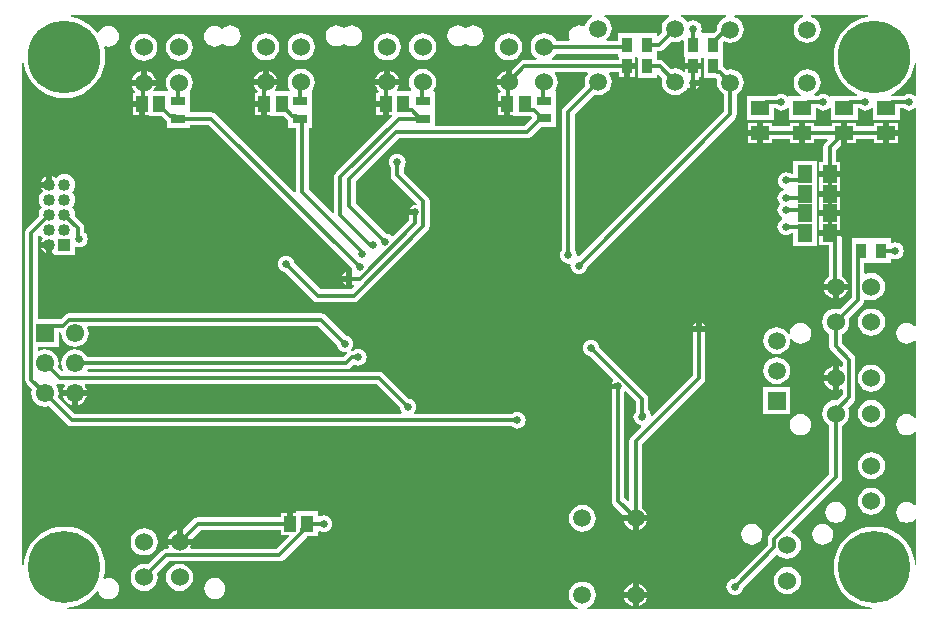
<source format=gbl>
%FSTAX23Y23*%
%MOIN*%
%SFA1B1*%

%IPPOS*%
%ADD20R,0.059000X0.049000*%
%ADD24R,0.043000X0.053000*%
%ADD60C,0.012000*%
%ADD62C,0.059000*%
%ADD63R,0.061000X0.061000*%
%ADD64C,0.061000*%
%ADD65C,0.060000*%
%ADD66C,0.059000*%
%ADD67R,0.059000X0.059000*%
%ADD68R,0.040000X0.040000*%
%ADD69C,0.040000*%
%ADD70C,0.242000*%
%ADD71C,0.240000*%
%ADD72C,0.025000*%
%ADD73R,0.033000X0.051000*%
%ADD74R,0.047000X0.031000*%
%ADD75R,0.049000X0.059000*%
%LNtemperature_monitor_&_display-1*%
%LPD*%
G36*
X02357Y01985D02*
X02348Y01981D01*
X02338Y01974*
X02331Y01965*
X02327Y01954*
X02325Y01942*
Y01941*
X02315Y01931*
X02283*
X02282*
X02278*
X02274Y01933*
X02272Y01936*
X02273Y01938*
X02274Y01945*
X02273Y01952*
X02271Y01959*
X02266Y01965*
X0226Y01969*
X02254Y01972*
X02247Y01973*
X02239Y01972*
X02233Y01969*
X0223Y01967*
X02228*
X02224Y01969*
X02218Y01977*
X02208Y01984*
X02206Y01985*
X02207Y0199*
X02356*
X02357Y01985*
G37*
G36*
X02166D02*
X02163Y01984D01*
X02154Y01977*
X02147Y01967*
X02143Y01957*
X02141Y01945*
X02143Y01933*
Y01932*
X0213Y01919*
X02125Y01921*
Y01931*
X02062*
X02058*
X01995*
Y01904*
X01958*
X01957Y01909*
X01962Y01913*
X01969Y01923*
X01973Y01933*
X01975Y01945*
X01973Y01957*
X01969Y01967*
X01962Y01977*
X01952Y01984*
X0195Y01985*
X01951Y0199*
X02165*
X02166Y01985*
G37*
G36*
X02215Y01905D02*
Y01849D01*
X0222*
Y0183*
X02247*
X02273*
Y01846*
X02274Y01847*
X02281*
X02282Y01846*
Y01779*
X02322*
X02325Y01778*
X02326Y01774*
X02325Y01765*
X02327Y01753*
X02331Y01743*
X02338Y01733*
X02348Y01726*
X02349*
Y01669*
X01865Y01186*
X01862*
X01858Y0119*
X01857Y01197*
X01854Y01204*
X01851Y01207*
Y01659*
X01917Y01725*
X01918Y01724*
X0193Y01723*
X01942Y01724*
X01952Y01729*
X01962Y01736*
X01969Y01745*
X01973Y01756*
X01975Y01768*
X01973Y01779*
X01969Y0179*
X01966Y01794*
X01968Y01799*
X02*
Y01784*
X02017*
Y0182*
X02027*
Y0183*
X02053*
Y01849*
X02058*
X02062Y01846*
Y01779*
X02125*
Y01792*
X0213Y01794*
X02143Y0178*
Y01779*
X02141Y01768*
X02143Y01756*
X02147Y01745*
X02154Y01736*
X02163Y01729*
X02174Y01724*
X02186Y01723*
X02198Y01724*
X02208Y01729*
X02218Y01736*
X02225Y01745*
Y01746*
X02231Y01747*
X02235Y01745*
Y01765*
X02245*
Y01775*
X02267*
Y01784*
X02273*
Y0181*
X02247*
X0222*
Y01804*
X02215Y01802*
X02208Y01807*
X02198Y01811*
X02186Y01813*
X02174Y01811*
X02173*
X02149Y01835*
X02142Y0184*
X02134Y01841*
X02125*
Y01869*
X02131*
X02139Y0187*
X02146Y01875*
X02173Y01902*
X02174*
X02186Y019*
X02198Y01902*
X02208Y01906*
X0221Y01908*
X02215Y01905*
G37*
G36*
X02829Y01985D02*
D01*
X02808Y0198*
X02788Y01972*
X0277Y0196*
X02754Y01946*
X0274Y0193*
X02728Y01912*
X0272Y01892*
X02715Y01871*
X02714Y0185*
X02715Y01829*
X0272Y01808*
X02728Y01788*
X0274Y0177*
X02754Y01754*
X0277Y0174*
X02788Y01728*
X02793Y01726*
X02792Y01721*
X0277*
X02762Y0172*
X02705*
X027Y01718*
Y0172*
X02694Y01724*
X02687Y01727*
X0268Y01728*
X02673Y01727*
X02666Y01724*
X02663Y01721*
X02652*
X02649Y01726*
X02658Y01733*
X02665Y01743*
X02669Y01753*
X02671Y01765*
X02669Y01777*
X02665Y01787*
X02658Y01797*
X02648Y01804*
X02638Y01808*
X02626Y0181*
X02614Y01808*
X02603Y01804*
X02594Y01797*
X02587Y01787*
X02583Y01777*
X02581Y01765*
X02583Y01753*
X02587Y01743*
X02594Y01733*
X02603Y01726*
X02607Y01725*
X02606Y0172*
X02565*
X0256Y01718*
Y0172*
X02554Y01724*
X02547Y01727*
X0254Y01728*
X02533Y01727*
X02526Y01724*
X02523Y01721*
X0249*
X02482Y0172*
X02425*
Y0164*
X02515*
Y01679*
X02523*
X02526Y01676*
X02533Y01673*
X0254Y01672*
X02547Y01673*
X02554Y01676*
X0256Y0168*
Y01682*
X02565Y0168*
Y0164*
X02655*
Y01679*
X02663*
X02666Y01676*
X02673Y01673*
X0268Y01672*
X02687Y01673*
X02694Y01676*
X027Y0168*
Y01682*
X02705Y0168*
Y0164*
X02795*
Y01679*
X02803*
X02806Y01676*
X02813Y01673*
X0282Y01672*
X02827Y01673*
X02834Y01676*
X0284Y0168*
Y01682*
X02845Y0168*
Y0164*
X02935*
Y01679*
X02948*
X02951Y01676*
X02958Y01673*
X02965Y01672*
X02972Y01673*
X02979Y01676*
X02985Y0168*
Y01681*
X0299Y01679*
Y00954*
X02985Y00953*
X02983Y00955*
X02976Y0096*
X02967Y00964*
X02958Y00965*
X02949Y00964*
X0294Y0096*
X02933Y00955*
X02928Y00948*
X02924Y00939*
X02923Y0093*
X02924Y00921*
X02928Y00912*
X02933Y00905*
X0294Y00899*
X02949Y00896*
X02958Y00895*
X02967Y00896*
X02976Y00899*
X02983Y00905*
X02985Y00907*
X0299Y00905*
Y00649*
X02985Y00648*
X02983Y0065*
X02976Y00655*
X02967Y00659*
X02958Y0066*
X02949Y00659*
X0294Y00655*
X02933Y0065*
X02928Y00643*
X02924Y00634*
X02923Y00625*
X02924Y00616*
X02928Y00607*
X02933Y006*
X0294Y00594*
X02949Y00591*
X02958Y0059*
X02967Y00591*
X02976Y00594*
X02983Y006*
X02985Y00602*
X0299Y006*
Y00357*
X02985Y00356*
X02983Y00358*
X02976Y00364*
X02967Y00367*
X02958Y00368*
X02949Y00367*
X0294Y00364*
X02933Y00358*
X02928Y00351*
X02924Y00342*
X02923Y00333*
X02924Y00324*
X02928Y00315*
X02933Y00308*
X0294Y00302*
X02949Y00299*
X02958Y00298*
X02967Y00299*
X02976Y00302*
X02983Y00308*
X02985Y0031*
X0299Y00309*
Y00158*
X02985*
X02984Y00171*
X02979Y00192*
X02971Y00211*
X0296Y0023*
X02946Y00246*
X0293Y0026*
X02911Y00271*
X02892Y00279*
X02871Y00284*
X0285Y00285*
X02829Y00284*
X02808Y00279*
X02789Y00271*
X0277Y0026*
X02754Y00246*
X0274Y0023*
X02729Y00211*
X02721Y00192*
X02716Y00171*
X02715Y0015*
X02716Y00129*
X02721Y00108*
X02729Y00089*
X0274Y0007*
X02754Y00054*
X0277Y0004*
X02789Y00029*
X02808Y00021*
X02829Y00016*
X02842Y00015*
Y0001*
X01893*
X01892Y00015*
X01899Y00018*
X01908Y00025*
X01915Y00035*
X0192Y00045*
X01921Y00057*
X0192Y00069*
X01915Y00079*
X01908Y00089*
X01899Y00096*
X01888Y001*
X01876Y00102*
X01865Y001*
X01854Y00096*
X01845Y00089*
X01838Y00079*
X01833Y00069*
X01832Y00057*
X01833Y00045*
X01838Y00035*
X01845Y00025*
X01854Y00018*
X01861Y00015*
X0186Y0001*
X00158*
Y00015*
X00171Y00016*
X00192Y00021*
X00211Y00029*
X0023Y0004*
X00246Y00054*
X00259Y00069*
X00261Y0007*
X00262Y00069*
X00264Y00068*
X00267Y00061*
X00273Y00054*
X0028Y00048*
X00289Y00045*
X00298Y00044*
X00307Y00045*
X00315Y00048*
X00323Y00054*
X00328Y00061*
X00332Y0007*
X00333Y00079*
X00332Y00088*
X00328Y00097*
X00323Y00104*
X00315Y00109*
X00307Y00113*
X00298Y00114*
X00289Y00113*
X00285Y00111*
X0028Y00115*
X00284Y00129*
X00285Y0015*
X00284Y00171*
X00279Y00192*
X00271Y00211*
X0026Y0023*
X00246Y00246*
X0023Y0026*
X00211Y00271*
X00192Y00279*
X00171Y00284*
X0015Y00285*
X00129Y00284*
X00108Y00279*
X00089Y00271*
X0007Y0026*
X00054Y00246*
X0004Y0023*
X00029Y00211*
X00021Y00192*
X00016Y00171*
X00015Y00158*
X0001*
Y01829*
X00015*
X0002Y01808*
X00028Y01788*
X0004Y0177*
X00054Y01754*
X0007Y0174*
X00088Y01728*
X00108Y0172*
X00129Y01715*
X0015Y01714*
X00171Y01715*
X00192Y0172*
X00212Y01728*
X0023Y0174*
X00246Y01754*
X0026Y0177*
X00272Y01788*
X0028Y01808*
X00285Y01829*
X00286Y0185*
X00285Y01871*
X00282Y01884*
X00286Y01887*
X00288Y01886*
X00297Y01885*
X00306Y01886*
X00315Y0189*
X00322Y01895*
X00327Y01902*
X00331Y01911*
X00332Y0192*
X00331Y01929*
X00327Y01938*
X00322Y01945*
X00315Y01951*
X00306Y01954*
X00297Y01955*
X00288Y01954*
X00279Y01951*
X00272Y01945*
X00266Y01938*
X00264Y01933*
X00259Y01932*
X00246Y01946*
X0023Y0196*
X00212Y01972*
X00192Y0198*
X00171Y01985*
Y0199*
X01909*
X0191Y01985*
X01908Y01984*
X01898Y01977*
X01891Y01967*
X01887Y01957*
Y01956*
X01881Y01953*
X01876Y01955*
X01867Y01956*
X01858Y01955*
X0185Y01952*
X01842Y01946*
X01837Y01939*
X01833Y0193*
X01832Y01921*
X01833Y01912*
X01834Y01909*
X01832Y01904*
X01789*
X01788Y01907*
X01781Y01916*
X01772Y01923*
X01761Y01928*
X01749Y01929*
X01737Y01928*
X01726Y01923*
X01717Y01916*
X0171Y01907*
X01705Y01896*
X01704Y01884*
X01705Y01872*
X0171Y01861*
X01717Y01852*
X01724Y01846*
X01722Y01841*
X01683*
X01675Y0184*
X01668Y01835*
X01641Y01808*
Y01766*
X01631*
Y01756*
X01592*
X01596Y01746*
X01602Y01737*
X01604*
X01602Y01732*
X01595*
Y01705*
X01626*
Y01695*
X01636*
Y01658*
X01647*
Y01653*
X01696*
X01699*
X017*
X01705*
X0171Y01648*
X01683Y01621*
X01384*
Y01673*
Y01735*
X01383*
X0138Y01739*
X01383Y01743*
X01388Y01754*
X01389Y01766*
X01388Y01778*
X01383Y01789*
X01376Y01798*
X01367Y01805*
X01356Y0181*
X01344Y01811*
X01332Y0181*
X01321Y01805*
X01312Y01798*
X01305Y01789*
X013Y01778*
X01299Y01766*
X013Y01754*
X01305Y01743*
X01306Y01741*
X01304Y01737*
X0126*
X01258Y01742*
X01261Y01746*
X01265Y01756*
X01226*
X01187*
X01191Y01746*
X01197Y01737*
X01199*
X01197Y01732*
X0119*
Y01705*
X01221*
Y01695*
X01231*
Y01658*
X01242*
Y01653*
X01239Y0165*
X01055Y01465*
X0105Y01458*
X01049Y0145*
Y01331*
X01044Y01329*
X00964Y01408*
Y01615*
X00974*
Y01674*
Y01735*
X00976Y0174*
X00978Y01743*
X00983Y01754*
X00984Y01766*
X00983Y01778*
X00978Y01789*
X00971Y01798*
X00962Y01805*
X00951Y0181*
X00939Y01811*
X00927Y0181*
X00916Y01805*
X00907Y01798*
X009Y01789*
X00895Y01778*
X00894Y01766*
X00895Y01754*
X009Y01743*
X00901Y01741*
X00899Y01737*
X00855*
X00853Y01742*
X00856Y01746*
X0086Y01756*
X00821*
X00782*
X00786Y01746*
X00792Y01737*
X00794*
X00792Y01732*
X00785*
Y01705*
X00816*
Y01695*
X00826*
Y01658*
X00837*
Y01653*
X00881*
X00894Y0164*
X00896Y01639*
Y01615*
X00921*
Y01401*
X00916Y01399*
X00655Y0166*
X00648Y01665*
X0064Y01666*
X00569*
Y01735*
X0057Y0174*
X00572Y01742*
X00577Y01753*
X00578Y01765*
X00577Y01777*
X00572Y01788*
X00565Y01797*
X00556Y01804*
X00545Y01809*
X00533Y0181*
X00521Y01809*
X0051Y01804*
X00501Y01797*
X00494Y01788*
X00489Y01777*
X00488Y01765*
X00489Y01753*
X00494Y01742*
X00495Y01741*
X00493Y01737*
X00449*
X00447Y01741*
X0045Y01745*
X00454Y01755*
X00415*
X00376*
X0038Y01745*
X00386Y01737*
Y01736*
X00385Y01732*
X00379*
Y01705*
X0041*
Y01695*
X0042*
Y01658*
X00431*
Y01653*
X00474*
X00488Y0164*
X00491Y01638*
Y01615*
X00569*
Y01624*
X00631*
X01108Y01147*
Y01143*
X0111Y01139*
X01108Y01135*
Y01112*
Y01091*
X01114*
X01116Y01086*
X01106Y01076*
X01004*
X00917Y01163*
Y01167*
X00914Y01174*
X0091Y0118*
X00904Y01184*
X00897Y01187*
X0089Y01188*
X00883Y01187*
X00876Y01184*
X0087Y0118*
X00866Y01174*
X00863Y01167*
X00862Y0116*
X00863Y01153*
X00866Y01146*
X0087Y0114*
X00876Y01136*
X00883Y01133*
X00887*
X0098Y0104*
X00987Y01035*
X00995Y01034*
X01115*
X01123Y01035*
X0113Y0104*
X01362Y01271*
X01366Y01278*
X01368Y01286*
Y0137*
X01366Y01378*
X01362Y01385*
X01281Y01465*
Y01483*
X01284Y01486*
X01287Y01493*
X01288Y015*
X01287Y01507*
X01284Y01514*
X0128Y0152*
X01274Y01524*
X01267Y01527*
X0126Y01528*
X01253Y01527*
X01246Y01524*
X0124Y0152*
X01236Y01514*
X01233Y01507*
X01232Y015*
X01233Y01493*
X01236Y01486*
X01239Y01483*
Y01456*
X0124Y01448*
X01245Y01441*
X01324Y01362*
X01322Y01358*
X01321*
X0132*
X01311Y01356*
X01304Y01351*
X013Y01345*
X0132*
Y01325*
X01299*
Y01306*
X01245Y01253*
X0124Y01254*
Y01255*
X01234Y01259*
X01227Y01262*
X01223*
X01121Y01364*
Y01436*
X01264Y01579*
X01692*
X017Y0158*
X01707Y01585*
X01738Y01616*
X01789*
Y01675*
Y01736*
X01786Y01741*
X01788Y01743*
X01793Y01754*
X01794Y01766*
X01793Y01778*
X01788Y01789*
X01785Y01794*
X01787Y01799*
X01892*
X01894Y01794*
X01891Y0179*
X01887Y01779*
X01885Y01768*
X01887Y01756*
Y01755*
X01815Y01683*
X0181Y01676*
X01809Y01668*
Y01207*
X01806Y01204*
X01803Y01197*
X01802Y0119*
X01803Y01183*
X01806Y01176*
X0181Y0117*
X01816Y01166*
X01823Y01163*
X0183Y01162*
X01833Y01163*
X01838Y01158*
X01837Y01155*
X01838Y01148*
X01841Y01141*
X01845Y01135*
X01851Y01131*
X01858Y01128*
X01865Y01127*
X01872Y01128*
X01879Y01131*
X01885Y01135*
X01889Y01141*
X01892Y01148*
Y01152*
X02385Y01645*
X0239Y01652*
X02391Y0166*
Y01726*
X02392*
X02402Y01733*
X02409Y01743*
X02413Y01753*
X02415Y01765*
X02413Y01777*
X02409Y01787*
X02402Y01797*
X02392Y01804*
X02382Y01808*
X0237Y0181*
X02358Y01808*
X02357*
X0235Y01816*
X02345Y01819*
Y01849*
Y01899*
X02349Y01903*
X02358Y01899*
X0237Y01897*
X02382Y01899*
X02392Y01903*
X02402Y0191*
X02409Y0192*
X02413Y01931*
X02415Y01942*
X02413Y01954*
X02409Y01965*
X02402Y01974*
X02392Y01981*
X02383Y01985*
X02384Y0199*
X02612*
X02613Y01985*
X02603Y01981*
X02594Y01974*
X02587Y01965*
X02583Y01954*
X02581Y01942*
X02583Y01931*
X02587Y0192*
X02594Y0191*
X02603Y01903*
X02614Y01899*
X02626Y01897*
X02638Y01899*
X02648Y01903*
X02658Y0191*
X02665Y0192*
X02669Y01931*
X02671Y01942*
X02669Y01954*
X02665Y01965*
X02658Y01974*
X02648Y01981*
X02639Y01985*
X0264Y0199*
X02829*
Y01985*
G37*
G36*
X01995Y01849D02*
X02D01*
Y01841*
X01776*
X01774Y01846*
X01781Y01852*
X01788Y01861*
Y01862*
X01995*
Y01849*
G37*
G36*
X0299Y01829D02*
Y01721D01*
X02985Y01719*
Y0172*
X02979Y01724*
X02972Y01727*
X02965Y01728*
X02958Y01727*
X02951Y01724*
X02948Y01721*
X0291*
X02906*
X02905Y01725*
X02912Y01728*
X0293Y0174*
X02946Y01754*
X0296Y0177*
X02972Y01788*
X0298Y01808*
X02985Y01829*
X0299*
G37*
%LNtemperature_monitor_&_display-2*%
%LPC*%
G36*
X02053Y0181D02*
X02037D01*
Y01784*
X02053*
Y0181*
G37*
G36*
X02265Y01755D02*
X02255D01*
Y01745*
X02261Y01749*
X02265Y01755*
G37*
G36*
X01513Y01956D02*
X01504Y01955D01*
X01495Y01952*
X01488Y01946*
X01487*
X0148Y01952*
X01471Y01955*
X01462Y01956*
X01453Y01955*
X01445Y01952*
X01437Y01946*
X01432Y01939*
X01428Y0193*
X01427Y01921*
X01428Y01912*
X01432Y01903*
X01437Y01896*
X01445Y0189*
X01453Y01887*
X01462Y01886*
X01471Y01887*
X0148Y0189*
X01487Y01896*
X01488*
X01495Y0189*
X01504Y01887*
X01513Y01886*
X01522Y01887*
X0153Y0189*
X01538Y01896*
X01543Y01903*
X01547Y01912*
X01548Y01921*
X01547Y0193*
X01543Y01939*
X01538Y01946*
X0153Y01952*
X01522Y01955*
X01513Y01956*
G37*
G36*
X01108D02*
X01099Y01955D01*
X0109Y01952*
X01083Y01946*
X01082*
X01075Y01952*
X01066Y01955*
X01057Y01956*
X01048Y01955*
X0104Y01952*
X01032Y01946*
X01027Y01939*
X01023Y0193*
X01022Y01921*
X01023Y01912*
X01027Y01903*
X01032Y01896*
X0104Y0189*
X01048Y01887*
X01057Y01886*
X01066Y01887*
X01075Y0189*
X01082Y01896*
X01083*
X0109Y0189*
X01099Y01887*
X01108Y01886*
X01117Y01887*
X01125Y0189*
X01133Y01896*
X01138Y01903*
X01142Y01912*
X01143Y01921*
X01142Y0193*
X01138Y01939*
X01133Y01946*
X01125Y01952*
X01117Y01955*
X01108Y01956*
G37*
G36*
X00703D02*
X00694Y01955D01*
X00685Y01952*
X00678Y01946*
X00677Y01945*
X00676*
X00669Y01951*
X0066Y01954*
X00651Y01955*
X00642Y01954*
X00634Y01951*
X00626Y01945*
X00621Y01938*
X00617Y01929*
X00616Y0192*
X00617Y01911*
X00621Y01902*
X00626Y01895*
X00634Y0189*
X00642Y01886*
X00651Y01885*
X0066Y01886*
X00669Y0189*
X00676Y01895*
X00677Y01896*
X00678*
X00685Y0189*
X00694Y01887*
X00703Y01886*
X00712Y01887*
X0072Y0189*
X00728Y01896*
X00733Y01903*
X00737Y01912*
X00738Y01921*
X00737Y0193*
X00733Y01939*
X00728Y01946*
X0072Y01952*
X00712Y01955*
X00703Y01956*
G37*
G36*
X01631Y01929D02*
X01619Y01928D01*
X01608Y01923*
X01599Y01916*
X01592Y01907*
X01587Y01896*
X01586Y01884*
X01587Y01872*
X01592Y01861*
X01599Y01852*
X01608Y01845*
X01619Y0184*
X01631Y01839*
X01643Y0184*
X01654Y01845*
X01663Y01852*
X0167Y01861*
X01675Y01872*
X01676Y01884*
X01675Y01896*
X0167Y01907*
X01663Y01916*
X01654Y01923*
X01643Y01928*
X01631Y01929*
G37*
G36*
X01344D02*
X01332Y01928D01*
X01321Y01923*
X01312Y01916*
X01305Y01907*
X013Y01896*
X01299Y01884*
X013Y01872*
X01305Y01861*
X01312Y01852*
X01321Y01845*
X01332Y0184*
X01344Y01839*
X01356Y0184*
X01367Y01845*
X01376Y01852*
X01383Y01861*
X01388Y01872*
X01389Y01884*
X01388Y01896*
X01383Y01907*
X01376Y01916*
X01367Y01923*
X01356Y01928*
X01344Y01929*
G37*
G36*
X01226D02*
X01214Y01928D01*
X01203Y01923*
X01194Y01916*
X01187Y01907*
X01182Y01896*
X01181Y01884*
X01182Y01872*
X01187Y01861*
X01194Y01852*
X01203Y01845*
X01214Y0184*
X01226Y01839*
X01238Y0184*
X01249Y01845*
X01258Y01852*
X01265Y01861*
X0127Y01872*
X01271Y01884*
X0127Y01896*
X01265Y01907*
X01258Y01916*
X01249Y01923*
X01238Y01928*
X01226Y01929*
G37*
G36*
X00939D02*
X00927Y01928D01*
X00916Y01923*
X00907Y01916*
X009Y01907*
X00895Y01896*
X00894Y01884*
X00895Y01872*
X009Y01861*
X00907Y01852*
X00916Y01845*
X00927Y0184*
X00939Y01839*
X00951Y0184*
X00962Y01845*
X00971Y01852*
X00978Y01861*
X00983Y01872*
X00984Y01884*
X00983Y01896*
X00978Y01907*
X00971Y01916*
X00962Y01923*
X00951Y01928*
X00939Y01929*
G37*
G36*
X00821D02*
X00809Y01928D01*
X00798Y01923*
X00789Y01916*
X00782Y01907*
X00777Y01896*
X00776Y01884*
X00777Y01872*
X00782Y01861*
X00789Y01852*
X00798Y01845*
X00809Y0184*
X00821Y01839*
X00833Y0184*
X00844Y01845*
X00853Y01852*
X0086Y01861*
X00865Y01872*
X00866Y01884*
X00865Y01896*
X0086Y01907*
X00853Y01916*
X00844Y01923*
X00833Y01928*
X00821Y01929*
G37*
G36*
X00533Y01928D02*
X00521Y01927D01*
X0051Y01922*
X00501Y01915*
X00494Y01906*
X00489Y01895*
X00488Y01883*
X00489Y01871*
X00494Y0186*
X00501Y01851*
X0051Y01844*
X00521Y01839*
X00533Y01838*
X00545Y01839*
X00556Y01844*
X00565Y01851*
X00572Y0186*
X00577Y01871*
X00578Y01883*
X00577Y01895*
X00572Y01906*
X00565Y01915*
X00556Y01922*
X00545Y01927*
X00533Y01928*
G37*
G36*
X00415D02*
X00403Y01927D01*
X00392Y01922*
X00383Y01915*
X00376Y01906*
X00371Y01895*
X0037Y01883*
X00371Y01871*
X00376Y0186*
X00383Y01851*
X00392Y01844*
X00403Y01839*
X00415Y01838*
X00427Y01839*
X00438Y01844*
X00447Y01851*
X00454Y0186*
X00459Y01871*
X0046Y01883*
X00459Y01895*
X00454Y01906*
X00447Y01915*
X00438Y01922*
X00427Y01927*
X00415Y01928*
G37*
G36*
X01236Y01805D02*
Y01776D01*
X01265*
X01261Y01786*
X01254Y01794*
X01246Y01801*
X01236Y01805*
G37*
G36*
X00831D02*
Y01776D01*
X0086*
X00856Y01786*
X00849Y01794*
X00841Y01801*
X00831Y01805*
G37*
G36*
X00811D02*
D01*
X00801Y01801*
X00792Y01794*
X00786Y01786*
X00782Y01776*
X00811*
Y01805*
G37*
G36*
X01621D02*
D01*
X01611Y01801*
X01602Y01794*
X01596Y01786*
X01592Y01776*
X01621*
Y01805*
G37*
G36*
X01216D02*
D01*
X01206Y01801*
X01197Y01794*
X01191Y01786*
X01187Y01776*
X01216*
Y01805*
G37*
G36*
X00425Y01804D02*
Y01775D01*
X00454*
X0045Y01785*
X00444Y01794*
X00435Y018*
X00425Y01804*
G37*
G36*
X00405D02*
D01*
X00395Y018*
X00386Y01794*
X0038Y01785*
X00376Y01775*
X00405*
Y01804*
G37*
G36*
X01616Y01685D02*
X01595D01*
Y01658*
X01616*
Y01685*
G37*
G36*
X01211D02*
X0119D01*
Y01658*
X01211*
Y01685*
G37*
G36*
X00806D02*
X00785D01*
Y01658*
X00806*
Y01685*
G37*
G36*
X004D02*
X00379D01*
Y01658*
X004*
Y01685*
G37*
G36*
X0288Y01632D02*
X0285D01*
Y01619*
X0279*
Y01632*
X0276*
Y01597*
Y01563*
X0279*
Y01576*
X0285*
Y01563*
X0288*
Y01597*
X0289*
X0288*
Y01632*
G37*
G36*
X0274D02*
X0271D01*
Y01619*
X0265*
Y01632*
X0262*
Y01597*
Y01563*
X0265*
Y01576*
X02692*
X02694Y01571*
X02686Y01564*
X02682Y01557*
X0268Y01549*
Y015*
X02667*
Y0147*
X02701*
X02736*
Y015*
X02723*
Y0154*
X0274Y01557*
Y01597*
Y01632*
G37*
G36*
X026D02*
X0257D01*
Y01619*
X0251*
Y01632*
X0248*
Y01597*
Y01563*
X0251*
Y01576*
X0257*
Y01563*
X026*
Y01597*
Y01632*
G37*
G36*
X0293D02*
X029D01*
Y01607*
X0293*
Y01632*
G37*
G36*
X0246D02*
X0243D01*
Y01607*
X0246*
Y01632*
G37*
G36*
X0293Y01587D02*
X029D01*
Y01563*
X0293*
Y01587*
G37*
G36*
X0246D02*
X0243D01*
Y01563*
X0246*
Y01587*
G37*
G36*
X02658Y01505D02*
X02579D01*
Y0146*
X02574*
X0257Y01463*
X02564Y01465*
X02556Y01466*
X02549Y01465*
X02543Y01463*
X02537Y01458*
X02532Y01452*
X0253Y01446*
X02529Y01439*
X0253Y01431*
X02532Y01425*
X02537Y01419*
X02543Y01415*
X02549Y01412*
X02548Y01407*
X02541Y01404*
X02535Y014*
X02531Y01394*
X02528Y01387*
X02527Y0138*
X02528Y01373*
X02531Y01366*
X02535Y0136*
X02531Y01354*
X02528Y01347*
X02527Y0134*
X02528Y01333*
X02531Y01326*
X02535Y0132*
X02541Y01316*
X02543Y01315*
Y0131*
X02541Y01309*
X02535Y01305*
X02531Y01299*
X02528Y01292*
X02527Y01285*
X02528Y01278*
X02531Y01271*
X02535Y01265*
X02541Y01261*
X02548Y01258*
X02555Y01257*
X02562Y01258*
X02569Y01261*
X02572Y01264*
X02579*
Y0122*
X02658*
Y01285*
Y0135*
Y01415*
Y01505*
G37*
G36*
X0015Y0146D02*
X00141Y01459D01*
X00132Y01456*
X00125Y0145*
X00122Y01446*
X00121*
X00115Y01451*
X0011Y01453*
Y01425*
X001*
Y01415*
X00072*
X00074Y0141*
X00079Y01404*
Y01403*
X00075Y014*
X00069Y01393*
X00066Y01384*
X00065Y01375*
X00066Y01366*
X00069Y01357*
X00072Y01354*
X00075Y0135*
X00072Y01346*
X00069Y01343*
X00066Y01334*
X00065Y01325*
Y01321*
X00025Y01281*
X00021Y01274*
X00019Y01265*
Y00775*
X00021Y00766*
X00025Y00759*
X00041Y00743*
Y00742*
X00039Y0073*
X00041Y00718*
X00045Y00707*
X00053Y00698*
X00062Y0069*
X00073Y00686*
X00085Y00684*
X00097Y00686*
X00098*
X0016Y00625*
X00167Y0062*
X00175Y00619*
X01643*
X01646Y00616*
X01653Y00613*
X0166Y00612*
X01667Y00613*
X01674Y00616*
X0168Y0062*
X01684Y00626*
X01687Y00633*
X01688Y0064*
X01687Y00647*
X01684Y00654*
X0168Y0066*
X01674Y00664*
X01667Y00667*
X0166Y00668*
X01653Y00667*
X01646Y00664*
X01643Y00661*
X01317*
X01315Y00666*
X01319Y00671*
X01322Y00678*
X01323Y00685*
X01322Y00692*
X01319Y00699*
X01315Y00705*
X01309Y00709*
X01302Y00712*
X01298*
X01215Y00795*
X01208Y008*
X012Y00801*
X00229*
X00226Y00806*
X00228Y00809*
X0109*
X01098Y0081*
X01105Y00815*
X01116Y00826*
X01123Y00823*
X0113Y00822*
X01137Y00823*
X01144Y00826*
X0115Y0083*
X01154Y00836*
X01157Y00843*
X01158Y0085*
X01157Y00857*
X01154Y00864*
X0115Y0087*
X01144Y00874*
X01137Y00877*
X0113Y00878*
X01123Y00877*
X01116Y00874*
X01113Y00871*
X0111*
X01107*
X01105Y00875*
X01109Y00881*
X01112Y00888*
X01113Y00895*
X01112Y00902*
X01109Y00909*
X01105Y00915*
X01099Y00919*
X01092Y00922*
X01088*
X01021Y0099*
X01014Y00994*
X01005Y00996*
X00166*
X00158Y00994*
X00151Y0099*
X00138Y00976*
X0011*
X00107*
X00062*
Y01255*
X00065Y01257*
X0007*
X00075Y0125*
X00079Y01247*
Y01246*
X00074Y0124*
X00072Y01235*
X001*
Y01225*
X0011*
Y01197*
X00111*
X00115Y01194*
Y0119*
X00185*
Y01216*
X0019Y01219*
X00193Y01218*
X002Y01217*
X00207Y01218*
X00214Y01221*
X0022Y01225*
X00224Y01231*
X00227Y01238*
X00228Y01245*
X00227Y01252*
X00224Y01259*
X0022Y01265*
X00216Y01267*
Y01281*
X00214Y01289*
X0021Y01296*
X00185Y01321*
Y01325*
X00184Y01334*
X00181Y01343*
X00178Y01346*
X00175Y0135*
X00178Y01354*
X00181Y01357*
X00184Y01366*
X00185Y01375*
X00184Y01384*
X00181Y01393*
X00178Y01396*
X00175Y014*
X00178Y01404*
X00181Y01407*
X00184Y01416*
X00185Y01425*
X00184Y01434*
X00181Y01443*
X00175Y0145*
X00168Y01456*
X00159Y01459*
X0015Y0146*
G37*
G36*
X0009Y01453D02*
X00085Y01451D01*
X00079Y01446*
X00074Y0144*
X00072Y01435*
X0009*
Y01453*
G37*
G36*
X02736Y0145D02*
X02701D01*
X02667*
Y0142*
Y01405*
X02701*
X02736*
Y0142*
Y0145*
G37*
G36*
Y01385D02*
X02701D01*
X02667*
Y01355*
Y0134*
X02701*
X02736*
Y01355*
Y01385*
G37*
G36*
Y0132D02*
X02701D01*
X02667*
Y0129*
Y01275*
X02701*
X02736*
Y0129*
Y0132*
G37*
G36*
X0009Y01215D02*
X00072D01*
X00074Y0121*
X00079Y01204*
X00085Y01199*
X0009Y01197*
Y01215*
G37*
G36*
X02838Y01246D02*
X02837D01*
X02775*
Y01206*
Y01204*
Y0105*
X02735Y0101*
X02734Y01011*
X02722Y01012*
X0271Y01011*
X02699Y01006*
X0269Y00999*
X02683Y0099*
X02678Y00979*
X02677Y00967*
X02678Y00955*
X02683Y00944*
X0269Y00935*
X02699Y00928*
X027Y00927*
Y00886*
X02701Y00878*
X02706Y00871*
X02744Y00833*
Y00819*
X02739Y00816*
X02732Y00819*
Y0078*
Y00741*
X02739Y00744*
X02744Y00741*
Y00725*
X02726Y00707*
X02722*
X0271Y00706*
X02699Y00701*
X0269Y00694*
X02683Y00685*
X02678Y00674*
X02677Y00662*
X02678Y0065*
X02683Y00639*
X0269Y0063*
X02699Y00623*
X027Y00622*
Y00459*
X02501Y0026*
X02496Y00253*
X02495Y00245*
Y00225*
X02382Y00112*
X02378*
X02371Y00109*
X02365Y00105*
X02361Y00099*
X02358Y00092*
X02357Y00085*
X02358Y00078*
X02361Y00071*
X02365Y00065*
X02371Y00061*
X02378Y00058*
X02385Y00057*
X02392Y00058*
X02399Y00061*
X02405Y00065*
X02409Y00071*
X02412Y00078*
Y00082*
X02522Y00192*
X02527*
X02528Y00191*
X02537Y00184*
X02548Y00179*
X0256Y00178*
X02572Y00179*
X02583Y00184*
X02592Y00191*
X02599Y002*
X02604Y00211*
X02605Y00223*
X02604Y00235*
X02599Y00246*
X02592Y00255*
X02583Y00262*
X02574Y00266*
X02573Y00272*
X02736Y00435*
X02741Y00442*
X02742Y0045*
Y00622*
X02745Y00623*
X02754Y0063*
X02761Y00639*
X02766Y0065*
X02767Y00662*
X02766Y00674*
X02762Y00682*
X02781Y00701*
X02786Y00708*
X02787Y00716*
Y00841*
X02786Y0085*
X02781Y00857*
X02742Y00895*
Y00927*
X02745Y00928*
X02754Y00935*
X02761Y00944*
X02766Y00955*
X02767Y00967*
X02766Y00979*
X02765Y0098*
X02811Y01026*
X02816Y01033*
X02817Y0104*
X02819Y01042*
X02822Y01044*
X02828Y01041*
X0284Y0104*
X02852Y01041*
X02863Y01046*
X02872Y01053*
X02879Y01062*
X02884Y01073*
X02885Y01085*
X02884Y01097*
X02879Y01108*
X02872Y01117*
X02863Y01124*
X02852Y01129*
X0284Y0113*
X02828Y01129*
X02822Y01126*
X02817Y01129*
Y01164*
X02837*
X02842*
X02843*
X02905*
Y01176*
X0291Y01179*
X02913Y01178*
X0292Y01177*
X02927Y01178*
X02934Y01181*
X0294Y01185*
X02944Y01191*
X02947Y01198*
X02948Y01205*
X02947Y01212*
X02944Y01219*
X0294Y01225*
X02934Y01229*
X02927Y01232*
X0292Y01233*
X02913Y01232*
X0291Y01231*
X02905Y01234*
Y01246*
X02843*
X02838*
G37*
G36*
X01088Y01133D02*
X01081Y01129D01*
X01077Y01122*
X01088*
Y01133*
G37*
G36*
X02739Y01255D02*
X02701D01*
X02667*
Y01225*
X02699*
Y01117*
X02693Y01114*
X02687Y01105*
X02683Y01095*
X02761*
X02757Y01105*
X0275Y01114*
X02742Y0112*
X02741*
Y01246*
X0274Y01255*
X02739*
G37*
G36*
X01088Y01102D02*
X01077D01*
X01081Y01096*
X01088Y01092*
Y01102*
G37*
G36*
X02761Y01075D02*
X02732D01*
Y01046*
X02742Y0105*
X0275Y01056*
X02757Y01065*
X02761Y01075*
G37*
G36*
X02712D02*
X02683D01*
X02687Y01065*
X02693Y01056*
X02702Y0105*
X02711Y01046*
X02712*
Y01075*
G37*
G36*
X02275Y00965D02*
Y00955D01*
X02285*
X02281Y00961*
X02275Y00965*
G37*
G36*
X02255D02*
X02249Y00961D01*
X02245Y00955*
X02255*
Y00965*
G37*
G36*
X02604D02*
X02595Y00964D01*
X02586Y0096*
X02579Y00955*
X02573Y00948*
X0257Y00939*
X02568Y0093*
X02569Y00929*
X02564Y00927*
X02557Y00937*
X02547Y00944*
X02537Y00948*
X02525Y0095*
X02513Y00948*
X02503Y00944*
X02493Y00937*
X02486Y00927*
X02482Y00917*
X0248Y00905*
X02482Y00893*
X02486Y00883*
X02493Y00873*
X02503Y00866*
X02513Y00862*
X02525Y0086*
X02537Y00862*
X02547Y00866*
X02557Y00873*
X02564Y00883*
X02568Y00893*
X0257Y00905*
X02569Y00909*
X02574Y00911*
X02579Y00905*
X02586Y00899*
X02595Y00896*
X02604Y00895*
X02613Y00896*
X02621Y00899*
X02629Y00905*
X02634Y00912*
X02638Y00921*
X02639Y0093*
X02638Y00939*
X02634Y00948*
X02629Y00955*
X02621Y0096*
X02613Y00964*
X02604Y00965*
G37*
G36*
X0284Y01012D02*
X02828Y01011D01*
X02817Y01006*
X02808Y00999*
X02801Y0099*
X02796Y00979*
X02795Y00967*
X02796Y00955*
X02801Y00944*
X02808Y00935*
X02817Y00928*
X02828Y00923*
X0284Y00922*
X02852Y00923*
X02863Y00928*
X02872Y00935*
X02879Y00944*
X02884Y00955*
X02885Y00967*
X02884Y00979*
X02879Y0099*
X02872Y00999*
X02863Y01006*
X02852Y01011*
X0284Y01012*
G37*
G36*
X02712Y00819D02*
X02711D01*
X02702Y00815*
X02693Y00809*
X02687Y008*
X02683Y0079*
X02712*
Y00819*
G37*
G36*
X02525Y0085D02*
X02513Y00848D01*
X02503Y00844*
X02493Y00837*
X02486Y00827*
X02482Y00817*
X0248Y00805*
X02482Y00793*
X02486Y00783*
X02493Y00773*
X02503Y00766*
X02513Y00762*
X02525Y0076*
X02537Y00762*
X02547Y00766*
X02557Y00773*
X02564Y00783*
X02568Y00793*
X0257Y00805*
X02568Y00817*
X02564Y00827*
X02557Y00837*
X02547Y00844*
X02537Y00848*
X02525Y0085*
G37*
G36*
X02712Y0077D02*
X02683D01*
X02687Y0076*
X02693Y00751*
X02702Y00745*
X02711Y00741*
X02712*
Y0077*
G37*
G36*
X0284Y00825D02*
X02828Y00824D01*
X02817Y00819*
X02808Y00812*
X02801Y00803*
X02796Y00792*
X02795Y0078*
X02796Y00768*
X02801Y00757*
X02808Y00748*
X02817Y00741*
X02828Y00736*
X0284Y00735*
X02852Y00736*
X02863Y00741*
X02872Y00748*
X02879Y00757*
X02884Y00768*
X02885Y0078*
X02884Y00792*
X02879Y00803*
X02872Y00812*
X02863Y00819*
X02852Y00824*
X0284Y00825*
G37*
G36*
X0257Y0075D02*
X0248D01*
Y0066*
X0257*
Y0075*
G37*
G36*
X02286Y00935D02*
X02244D01*
Y00789*
X02108Y00654*
X02104Y00656*
Y00657*
X02102Y00666*
X02098Y00673*
X02096*
Y00712*
X02095Y00721*
X0209Y00728*
X01933Y00885*
Y00887*
X0193Y00894*
X01926Y009*
X0192Y00904*
X01913Y00907*
X01906Y00908*
X01899Y00907*
X01892Y00904*
X01886Y009*
X01882Y00894*
X01879Y00887*
X01878Y0088*
X01879Y00873*
X01882Y00866*
X01886Y0086*
X01892Y00856*
X01899Y00853*
X01905Y00852*
X0198Y00777*
Y00772*
X01979Y00771*
X01974Y00764*
X01973Y00759*
X01992Y00765*
X01995Y00762*
Y00745*
X01975*
X01974Y00746*
Y00747*
Y00372*
X01975Y00363*
X0198Y00356*
X02013Y00323*
X02054*
X02092*
X02088Y00333*
X02082Y00341*
X02075Y00346*
Y0056*
X0228Y00765*
X02285Y00772*
X02286Y0078*
Y00935*
G37*
G36*
X0284Y00707D02*
X02828Y00706D01*
X02817Y00701*
X02808Y00694*
X02801Y00685*
X02796Y00674*
X02795Y00662*
X02796Y0065*
X02801Y00639*
X02808Y0063*
X02817Y00623*
X02828Y00618*
X0284Y00617*
X02852Y00618*
X02863Y00623*
X02872Y0063*
X02879Y00639*
X02884Y0065*
X02885Y00662*
X02884Y00674*
X02879Y00685*
X02872Y00694*
X02863Y00701*
X02852Y00706*
X0284Y00707*
G37*
G36*
X02604Y0066D02*
X02595Y00659D01*
X02586Y00655*
X02579Y0065*
X02573Y00643*
X0257Y00634*
X02568Y00625*
X0257Y00616*
X02573Y00607*
X02579Y006*
X02586Y00594*
X02595Y00591*
X02604Y0059*
X02613Y00591*
X02621Y00594*
X02629Y006*
X02634Y00607*
X02638Y00616*
X02639Y00625*
X02638Y00634*
X02634Y00643*
X02629Y0065*
X02621Y00655*
X02613Y00659*
X02604Y0066*
G37*
G36*
X0284Y00533D02*
X02828Y00532D01*
X02817Y00527*
X02808Y0052*
X02801Y00511*
X02796Y005*
X02795Y00488*
X02796Y00476*
X02801Y00465*
X02808Y00456*
X02817Y00449*
X02828Y00444*
X0284Y00443*
X02852Y00444*
X02863Y00449*
X02872Y00456*
X02879Y00465*
X02884Y00476*
X02885Y00488*
X02884Y005*
X02879Y00511*
X02872Y0052*
X02863Y00527*
X02852Y00532*
X0284Y00533*
G37*
G36*
Y00415D02*
X02828Y00414D01*
X02817Y00409*
X02808Y00402*
X02801Y00393*
X02796Y00382*
X02795Y0037*
X02796Y00358*
X02801Y00347*
X02808Y00338*
X02817Y00331*
X02828Y00326*
X0284Y00325*
X02852Y00326*
X02863Y00331*
X02872Y00338*
X02879Y00347*
X02884Y00358*
X02885Y0037*
X02884Y00382*
X02879Y00393*
X02872Y00402*
X02863Y00409*
X02852Y00414*
X0284Y00415*
G37*
G36*
X02722Y00368D02*
X02713Y00367D01*
X02704Y00364*
X02697Y00358*
X02691Y00351*
X02688Y00342*
X02687Y00333*
X02688Y00324*
X02691Y00315*
X02697Y00308*
X02704Y00302*
X02713Y00299*
X02722Y00298*
X02731Y00299*
X0274Y00302*
X02747Y00308*
X02752Y00315*
X02756Y00324*
X02757Y00333*
X02756Y00342*
X02752Y00351*
X02747Y00358*
X0274Y00364*
X02731Y00367*
X02722Y00368*
G37*
G36*
X00996Y00337D02*
X00923D01*
Y00332*
X00913*
Y00295*
X00893*
Y00332*
X00871*
Y00316*
X00595*
X00587Y00315*
X0058Y0031*
X00544Y00274*
Y00244*
X00574*
X00604Y00274*
X00871*
Y00258*
X00898*
X009Y00254*
X00858Y00211*
X00573*
X0057Y00216*
X00573Y00224*
X00495*
X00498Y00216*
X00495Y00211*
X0049*
X00482Y0021*
X00475Y00205*
X00429Y00159*
X00428Y0016*
X00416Y00161*
X00404Y0016*
X00393Y00155*
X00384Y00148*
X00377Y00139*
X00372Y00128*
X00371Y00116*
X00372Y00104*
X00377Y00093*
X00384Y00084*
X00393Y00077*
X00404Y00072*
X00416Y00071*
X00428Y00072*
X00439Y00077*
X00448Y00084*
X00455Y00093*
X0046Y00104*
X00461Y00116*
X0046Y00128*
X00459Y00129*
X00499Y00169*
X00867*
X00875Y0017*
X00882Y00175*
X00958Y00251*
X0096Y00253*
X00996*
Y00268*
X01001Y00271*
X01008Y00268*
X01015Y00267*
X01022Y00268*
X01029Y00271*
X01035Y00275*
X01039Y00281*
X01042Y00288*
X01043Y00295*
X01042Y00302*
X01039Y00309*
X01035Y00315*
X01029Y00319*
X01022Y00322*
X01015Y00323*
X01008Y00322*
X01001Y00319*
X00996Y00322*
Y00337*
G37*
G36*
X02092Y00303D02*
X02064D01*
Y00274*
X02073Y00278*
X02082Y00285*
X02088Y00293*
X02092Y00303*
G37*
G36*
X02044D02*
X02015D01*
X02019Y00293*
X02025Y00285*
X02034Y00278*
X02043Y00274*
X02044*
Y00303*
G37*
G36*
X01876Y00358D02*
X01865Y00356D01*
X01854Y00352*
X01845Y00345*
X01838Y00335*
X01833Y00325*
X01832Y00313*
X01833Y00301*
X01838Y00291*
X01845Y00281*
X01854Y00274*
X01865Y0027*
X01876Y00268*
X01888Y0027*
X01899Y00274*
X01908Y00281*
X01915Y00291*
X0192Y00301*
X01921Y00313*
X0192Y00325*
X01915Y00335*
X01908Y00345*
X01899Y00352*
X01888Y00356*
X01876Y00358*
G37*
G36*
X00524Y00273D02*
D01*
X00514Y00269*
X00505Y00263*
X00499Y00254*
X00495Y00244*
X00524*
Y00273*
G37*
G36*
X02678Y00295D02*
X02669Y00294D01*
X0266Y00291*
X02653Y00285*
X02648Y00278*
X02644Y00269*
X02643Y0026*
X02644Y00251*
X02648Y00242*
X02653Y00235*
X0266Y0023*
X02669Y00226*
X02678Y00225*
X02687Y00226*
X02696Y0023*
X02703Y00235*
X02709Y00242*
X02712Y00251*
X02713Y0026*
X02712Y00269*
X02709Y00278*
X02703Y00285*
X02696Y00291*
X02687Y00294*
X02678Y00295*
G37*
G36*
X02442D02*
X02433Y00294D01*
X02424Y00291*
X02417Y00285*
X02411Y00278*
X02408Y00269*
X02407Y0026*
X02408Y00251*
X02411Y00242*
X02417Y00235*
X02424Y0023*
X02433Y00226*
X02442Y00225*
X02451Y00226*
X0246Y0023*
X02467Y00235*
X02472Y00242*
X02476Y00251*
X02477Y0026*
X02476Y00269*
X02472Y00278*
X02467Y00285*
X0246Y00291*
X02451Y00294*
X02442Y00295*
G37*
G36*
X00416Y00279D02*
X00404Y00278D01*
X00393Y00273*
X00384Y00266*
X00377Y00257*
X00372Y00246*
X00371Y00234*
X00372Y00222*
X00377Y00211*
X00384Y00202*
X00393Y00195*
X00404Y0019*
X00416Y00189*
X00428Y0019*
X00439Y00195*
X00448Y00202*
X00455Y00211*
X0046Y00222*
X00461Y00234*
X0046Y00246*
X00455Y00257*
X00448Y00266*
X00439Y00273*
X00428Y00278*
X00416Y00279*
G37*
G36*
X00534Y00161D02*
X00522Y0016D01*
X00511Y00155*
X00502Y00148*
X00495Y00139*
X0049Y00128*
X00489Y00116*
X0049Y00104*
X00495Y00093*
X00502Y00084*
X00511Y00077*
X00522Y00072*
X00534Y00071*
X00546Y00072*
X00557Y00077*
X00566Y00084*
X00573Y00093*
X00578Y00104*
X00579Y00116*
X00578Y00128*
X00573Y00139*
X00566Y00148*
X00557Y00155*
X00546Y0016*
X00534Y00161*
G37*
G36*
X02064Y00096D02*
Y00067D01*
X02092*
X02088Y00077*
X02082Y00085*
X02073Y00092*
X02064Y00096*
G37*
G36*
X02044D02*
X02043D01*
X02034Y00092*
X02025Y00085*
X02019Y00077*
X02015Y00067*
X02044*
Y00096*
G37*
G36*
X0256Y0015D02*
X02548Y00149D01*
X02537Y00144*
X02528Y00137*
X02521Y00128*
X02516Y00117*
X02515Y00105*
X02516Y00093*
X02521Y00082*
X02528Y00073*
X02537Y00066*
X02548Y00061*
X0256Y0006*
X02572Y00061*
X02583Y00066*
X02592Y00073*
X02599Y00082*
X02604Y00093*
X02605Y00105*
X02604Y00117*
X02599Y00128*
X02592Y00137*
X02583Y00144*
X02572Y00149*
X0256Y0015*
G37*
G36*
X00652Y00114D02*
X00643Y00113D01*
X00634Y00109*
X00627Y00104*
X00622Y00097*
X00618Y00088*
X00617Y00079*
X00618Y0007*
X00622Y00061*
X00627Y00054*
X00634Y00048*
X00643Y00045*
X00652Y00044*
X00661Y00045*
X0067Y00048*
X00677Y00054*
X00683Y00061*
X00686Y0007*
X00687Y00079*
X00686Y00088*
X00683Y00097*
X00677Y00104*
X0067Y00109*
X00661Y00113*
X00652Y00114*
G37*
G36*
X02092Y00047D02*
X02064D01*
Y00019*
X02073Y00023*
X02082Y00029*
X02088Y00037*
X02092Y00047*
G37*
G36*
X02044D02*
X02015D01*
X02019Y00037*
X02025Y00029*
X02034Y00023*
X02043Y00019*
X02044*
Y00047*
G37*
%LNtemperature_monitor_&_display-3*%
%LPD*%
G36*
X01058Y00892D02*
Y00888D01*
X01061Y00881*
X01065Y00875*
X01071Y00871*
X01078Y00868*
X01085Y00867*
X01091Y00868*
X01093Y00863*
X01081Y00851*
X00225*
Y00853*
X00217Y00862*
X00208Y0087*
X00197Y00874*
X00185Y00876*
X00173Y00874*
X00162Y0087*
X00153Y00862*
X00145Y00853*
X00141Y00842*
X00139Y0083*
X00141Y00818*
X00145Y00807*
X00141Y00804*
X00129Y00817*
Y00818*
X00131Y0083*
X00129Y00842*
X00125Y00853*
X00117Y00862*
X00108Y0087*
X00097Y00874*
X00085Y00876*
X00073Y00874*
X00067Y00872*
X00062Y00875*
Y00884*
X00131*
Y00933*
X00136*
X00139Y0093*
X00141Y00918*
X00145Y00907*
X00153Y00898*
X00162Y0089*
X00173Y00886*
X00185Y00884*
X00197Y00886*
X00208Y0089*
X00217Y00898*
X00225Y00907*
X00229Y00918*
X00231Y0093*
X00229Y00942*
X00227Y00948*
X0023Y00953*
X00997*
X01058Y00892*
G37*
G36*
X00127Y0076D02*
X00135Y00759D01*
X0015*
X00152Y00754*
X0015Y0075*
X00146Y00741*
X00145Y0074*
X00185*
X00225*
X00224Y00741*
X0022Y0075*
X00218Y00754*
X0022Y00759*
X01191*
X01268Y00682*
Y00678*
X01271Y00671*
X01275Y00666*
X01273Y00661*
X00184*
X00129Y00717*
Y00718*
X00131Y0073*
X00129Y00742*
X00125Y00753*
X00121Y00758*
X00124Y00762*
X00127Y0076*
G37*
G36*
X02054Y00704D02*
Y00667D01*
X02051Y00664*
X02048Y00657*
X02047Y0065*
X02048Y00643*
X02051Y00636*
X02055Y0063*
X02061Y00626*
X02068Y00623*
X02071*
X02072Y00618*
X02038Y00584*
X02034Y00577*
X02032Y00569*
Y00371*
X02028Y00369*
X02016Y0038*
Y00734*
X02021Y00736*
X02054Y00704*
G37*
%LNtemperature_monitor_&_display-4*%
%LPC*%
G36*
X00225Y0072D02*
X00195D01*
Y0069*
X00196Y00691*
X00205Y00695*
X00214Y00701*
X0022Y0071*
X00224Y00719*
X00225Y0072*
G37*
G36*
X00175D02*
X00145D01*
X00146Y00719*
X0015Y0071*
X00156Y00701*
X00165Y00695*
X00174Y00691*
X00175Y0069*
Y0072*
G37*
%LNtemperature_monitor_&_display-5*%
%LPD*%
G54D20*
X0247Y01597D03*
Y0168D03*
X0289D03*
Y01597D03*
X0275Y0168D03*
Y01597D03*
X0261Y0168D03*
Y01597D03*
G54D24*
X0096Y00295D03*
X00903D03*
X01626Y01695D03*
X01684D03*
X01221D03*
X01279D03*
X00467D03*
X0041D03*
X00874D03*
X00816D03*
G54D60*
X02721Y00967D02*
Y00976D01*
Y00886D02*
Y00967D01*
X02722D02*
X02796Y01041D01*
Y01204*
X02807Y01215*
X0272Y01087D02*
X02722Y01085D01*
X0272Y01087D02*
Y01246D01*
X02701Y01265D02*
X0272Y01246D01*
X0261Y01597D02*
X02745D01*
X02701Y01549D02*
X02726Y01574D01*
Y01579*
X02745Y01597*
X0275*
X0132Y01298D02*
Y01335D01*
X01135Y01112D02*
X0132Y01298D01*
X02701Y0146D02*
Y01549D01*
X01143Y01195D02*
Y01199D01*
X01865Y01155D02*
X0237Y0166D01*
X011Y01355D02*
X0122Y01235D01*
X01115Y01055D02*
X01347Y01286D01*
X00995Y01055D02*
X01115D01*
X01347Y01286D02*
Y0137D01*
X01098Y01112D02*
X01135D01*
X0117Y01225D02*
X0118D01*
X0107Y01325D02*
X0117Y01225D01*
X0107Y01325D02*
Y0145D01*
X0064Y01645D02*
X01135Y0115D01*
X0053Y01645D02*
X0064D01*
X00943Y01399D02*
X01143Y01199D01*
X00943Y01399D02*
Y01636D01*
X011Y01355D02*
Y01445D01*
X0183Y01668D02*
X0193Y01768D01*
X0183Y0119D02*
Y01668D01*
X01746Y01709D02*
X0175Y01705D01*
X0053Y01645D02*
D01*
X0052Y01655D02*
X0053Y01645D01*
X02721Y0045D02*
Y00671D01*
X02516Y00245D02*
X02721Y0045D01*
X02516Y00216D02*
Y00245D01*
X02385Y00085D02*
X02516Y00216D01*
X02075Y0065D02*
Y00712D01*
X01907Y0088D02*
X02075Y00712D01*
Y0065D02*
D01*
X0208Y00655*
X02083Y00657*
X02721Y00671D02*
X02766Y00716D01*
Y00841*
X0111Y0085D02*
X0113D01*
X0109Y0083D02*
X0111Y0085D01*
X01005Y00975D02*
X01085Y00895D01*
X00166Y00975D02*
X01005D01*
X0291Y017D02*
X02965D01*
X0289Y0168D02*
X0291Y017D01*
X0249D02*
X0254D01*
X0247Y0168D02*
X0249Y017D01*
X0263D02*
X0268D01*
X0261Y0168D02*
X0263Y017D01*
X0277D02*
X0282D01*
X0275Y0168D02*
X0277Y017D01*
X02555Y01285D02*
X026D01*
X02619Y01266*
Y01265D02*
Y01266D01*
X02609Y0134D02*
X02619Y0133D01*
X02555Y0134D02*
X02609D01*
X02604Y0138D02*
X02619Y01395D01*
X02555Y0138D02*
X02604D01*
X02556Y01439D02*
X026D01*
X00895Y01155D02*
X00995Y01055D01*
X012Y0078D02*
X01295Y00685D01*
X00135Y0078D02*
X012D01*
X0096Y00295D02*
X01015D01*
X00085Y0073D02*
X00175Y0064D01*
X0166*
X01906Y0088D02*
X01907D01*
X0237Y0166D02*
Y01765D01*
X02335Y018D02*
X0237Y01765D01*
X02324Y018D02*
X02335D01*
X02313Y01811D02*
X02324Y018D01*
X02313Y01811D02*
Y0182D01*
Y01899D02*
X02348Y01933D01*
X02313Y01885D02*
X02316Y01888D01*
X02361Y01933D02*
X0237Y01942D01*
X02348Y01933D02*
X02361D01*
X02313Y0189D02*
Y01899D01*
X02134Y0182D02*
X02186Y01768D01*
X02093Y0182D02*
X02134D01*
X02093Y0189D02*
X02131D01*
X02186Y01945*
X01746Y01883D02*
X0202D01*
X02027Y0189*
X01628Y01765D02*
X01683Y0182D01*
X02027*
X01746Y01709D02*
Y01765D01*
X01628Y01697D02*
Y01765D01*
X01626Y01695D02*
X01628Y01697D01*
X01684Y01691D02*
Y01695D01*
Y01691D02*
X017Y01674D01*
X01714*
X01742Y01646*
X0175*
X01683Y0169D02*
X01699Y01674D01*
X01692Y016D02*
X01737Y01645D01*
X01223Y01697D02*
Y01765D01*
X01221Y01695D02*
X01223Y01697D01*
X01265Y01645D02*
X01337D01*
X01279Y01691D02*
Y01695D01*
Y01691D02*
X01295Y01674D01*
X01308*
X01337Y01645*
X01341Y01708D02*
Y01765D01*
Y01708D02*
X01345Y01704D01*
X0107Y0145D02*
X01265Y01645D01*
X00935Y01705D02*
Y01765D01*
X00923Y01655D02*
X00943Y01636D01*
X00869Y01695D02*
X00878Y01685D01*
X00909Y01655D02*
X00923D01*
X00874Y01691D02*
X00909Y01655D01*
X00874Y01691D02*
Y01695D01*
X00817Y017D02*
Y01765D01*
X00503Y01655D02*
X0052D01*
X00467Y01691D02*
X00503Y01655D01*
X0041Y01695D02*
X00412Y01697D01*
Y01765*
X02245D02*
X02246Y01766D01*
Y01819*
X02247Y0182*
Y01945D02*
D01*
Y0189D02*
Y01945D01*
Y0189D02*
D01*
X0126Y01456D02*
X01347Y0137D01*
X0126Y01456D02*
Y015D01*
X00085Y0083D02*
X00135Y0078D01*
X00185Y0083D02*
X0109D01*
X00146Y00955D02*
X00166Y00975D01*
X0011Y00955D02*
X00146D01*
X00085Y0093D02*
X0011Y00955D01*
X00534Y00234D02*
X00595Y00295D01*
X00903*
X00416Y00116D02*
X0049Y0019D01*
X00867*
X00943Y00266*
Y00278*
X0096Y00295*
X02265Y0078D02*
Y0094D01*
X02054Y00569D02*
X02265Y0078D01*
X02054Y00313D02*
Y00569D01*
X02721Y00886D02*
X02766Y00841D01*
X01995Y00372D02*
X02054Y00313D01*
X01995Y00372D02*
Y00755D01*
X00194Y0125D02*
X002Y01245D01*
X02701Y0133D02*
Y01395D01*
X0275Y01597D02*
X0289D01*
X0247D02*
X0261D01*
X02701Y01265D02*
Y0133D01*
Y01395D02*
Y0146D01*
X026Y01439D02*
X02619Y01457D01*
X01255Y016D02*
X01692D01*
X011Y01445D02*
X01255Y016D01*
X01626Y01696D02*
Y01695D01*
X0053Y0171D02*
Y01765D01*
X0004Y00775D02*
X00085Y0073D01*
X0004Y00775D02*
Y01265D01*
X001Y01325*
X00194Y0125D02*
Y01281D01*
X0015Y01325D02*
X00194Y01281D01*
X02873Y01205D02*
X0292D01*
G54D62*
X0193Y01945D03*
X02186D03*
X0193Y01768D03*
X02186D03*
X0237Y01942D03*
X02626D03*
X0237Y01765D03*
X02626D03*
X01876Y00057D03*
Y00313D03*
X02054Y00057D03*
Y00313D03*
G54D63*
X00085Y0093D03*
G54D64*
X00085Y0083D03*
Y0073D03*
X00185Y0093D03*
Y0083D03*
Y0073D03*
G54D65*
X0256Y00105D03*
Y00223D03*
X0284Y00488D03*
Y0037D03*
X00534Y00234D03*
Y00116D03*
X00416Y00234D03*
Y00116D03*
X01631Y01766D03*
Y01884D03*
X01749Y01766D03*
Y01884D03*
X01226Y01766D03*
Y01884D03*
X01344Y01766D03*
Y01884D03*
X0284Y01085D03*
Y00967D03*
X02722Y01085D03*
Y00967D03*
X0284Y0078D03*
Y00662D03*
X02722Y0078D03*
Y00662D03*
X00821Y01766D03*
Y01884D03*
X00939Y01766D03*
Y01884D03*
X00533Y01883D03*
Y01765D03*
X00415Y01883D03*
Y01765D03*
G54D66*
X02525Y00905D03*
Y00805D03*
G54D67*
X02525Y00705D03*
G54D68*
X0015Y01225D03*
G54D69*
X001Y01225D03*
X0015Y01275D03*
X001D03*
X0015Y01325D03*
X001D03*
X0015Y01375D03*
X001D03*
X0015Y01425D03*
X001D03*
G54D70*
X0015Y0185D03*
X0285D03*
G54D71*
X0285Y0015D03*
X0015D03*
G54D72*
X01143Y01195D03*
X01865Y01155D03*
X0122Y01235D03*
X0118Y01225D03*
X01135Y0115D03*
X01098Y01112D03*
X0089Y0116D03*
X0183Y0119D03*
X02075Y0065D03*
X0292Y01205D03*
X02555Y01285D03*
Y0134D03*
Y0138D03*
X02556Y01439D03*
X0113Y0085D03*
X01085Y00895D03*
X02965Y017D03*
X0254D03*
X0268D03*
X0282D03*
X02385Y00085D03*
X01295Y00685D03*
X01015Y00295D03*
X0166Y0064D03*
X01906Y0088D03*
X02247Y01945D03*
X0132Y01335D03*
X02245Y01765D03*
X02265Y00945D03*
X002Y01245D03*
X01995Y00755D03*
X0126Y015D03*
G54D73*
X02247Y0182D03*
X02313D03*
X02247Y0189D03*
X02313D03*
X02027Y0182D03*
X02093D03*
X02027Y0189D03*
X02093D03*
X02873Y01205D03*
X02807D03*
G54D74*
X0175Y01646D03*
Y01705D03*
X01345Y01645D03*
Y01704D03*
X00935Y01645D03*
Y01705D03*
X0053Y01645D03*
Y01705D03*
G54D75*
X02619Y01265D03*
X02701D03*
X02619Y0133D03*
X02701D03*
X02619Y01395D03*
X02701D03*
X02619Y0146D03*
X02701D03*
M02*
</source>
